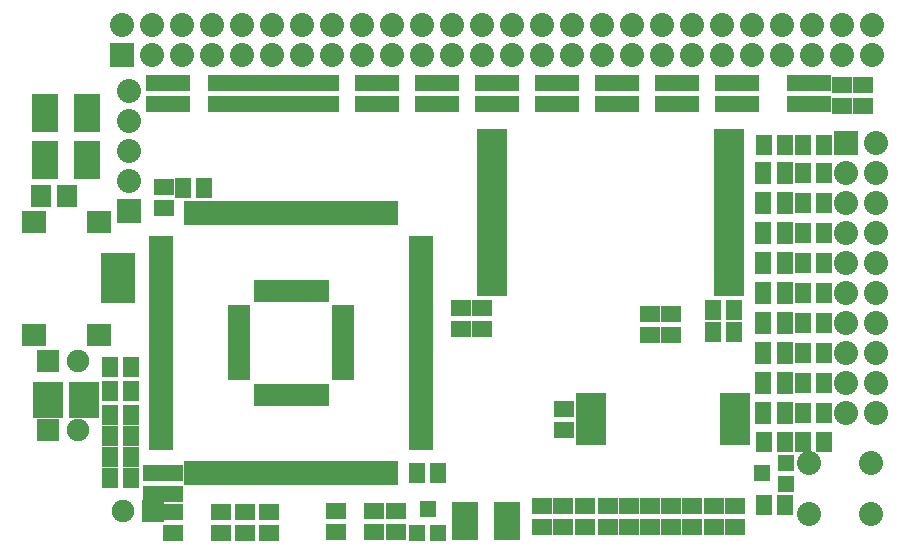
<source format=gts>
G04 (created by PCBNEW-RS274X (2012-01-19 BZR 3256)-stable) date 22/03/2013 00:28:45*
G01*
G70*
G90*
%MOIN*%
G04 Gerber Fmt 3.4, Leading zero omitted, Abs format*
%FSLAX34Y34*%
G04 APERTURE LIST*
%ADD10C,0.006000*%
%ADD11R,0.031800X0.077200*%
%ADD12R,0.077200X0.031800*%
%ADD13R,0.098700X0.027800*%
%ADD14R,0.080000X0.030000*%
%ADD15R,0.030000X0.080000*%
%ADD16R,0.090000X0.130000*%
%ADD17R,0.065000X0.075000*%
%ADD18R,0.055000X0.065000*%
%ADD19R,0.065000X0.055000*%
%ADD20R,0.055000X0.075000*%
%ADD21C,0.080000*%
%ADD22R,0.080000X0.080000*%
%ADD23R,0.075000X0.075000*%
%ADD24C,0.075000*%
%ADD25R,0.056000X0.056000*%
%ADD26R,0.098700X0.177500*%
%ADD27R,0.083000X0.075100*%
%ADD28R,0.112500X0.039700*%
%ADD29R,0.045600X0.055600*%
%ADD30R,0.039700X0.055600*%
%ADD31R,0.100000X0.060000*%
G04 APERTURE END LIST*
G54D10*
G54D11*
X83689Y-50377D03*
X83492Y-50377D03*
X83295Y-50377D03*
X83098Y-50377D03*
X82902Y-50377D03*
X82705Y-50377D03*
X83886Y-50377D03*
X84083Y-50377D03*
G54D12*
X84723Y-51017D03*
X84723Y-51214D03*
X84723Y-51411D03*
G54D11*
X82705Y-53823D03*
X82508Y-53823D03*
X82311Y-53823D03*
X82114Y-53823D03*
X81917Y-53823D03*
G54D12*
X81277Y-53183D03*
G54D11*
X82902Y-53823D03*
X83098Y-53823D03*
X83295Y-53823D03*
X83492Y-53823D03*
X83689Y-53823D03*
G54D12*
X81277Y-52002D03*
X84723Y-52592D03*
X81277Y-52198D03*
X84723Y-52789D03*
X84723Y-52986D03*
X81277Y-52395D03*
X81277Y-52592D03*
X84723Y-53183D03*
G54D11*
X84083Y-53823D03*
G54D12*
X81277Y-52789D03*
X81277Y-52986D03*
G54D11*
X83886Y-53823D03*
G54D12*
X84723Y-52395D03*
X81277Y-51805D03*
X81277Y-51608D03*
X84723Y-52198D03*
X84723Y-52002D03*
X81277Y-51411D03*
X81277Y-51214D03*
X84723Y-51805D03*
X84723Y-51608D03*
X81277Y-51017D03*
G54D11*
X82508Y-50377D03*
X82311Y-50377D03*
X82114Y-50377D03*
X81917Y-50377D03*
G54D13*
X97587Y-49620D03*
X97587Y-49423D03*
X97587Y-49226D03*
X97587Y-49030D03*
X97587Y-48833D03*
X97587Y-48636D03*
X97587Y-48439D03*
X97587Y-48242D03*
X97587Y-48045D03*
X97587Y-47848D03*
X97587Y-47652D03*
X97587Y-47455D03*
X97587Y-47258D03*
X97587Y-47061D03*
X97587Y-46864D03*
X97587Y-46667D03*
X97587Y-46470D03*
X97587Y-46274D03*
X97587Y-46077D03*
X97587Y-45880D03*
X97587Y-45683D03*
X97587Y-45486D03*
X97587Y-45289D03*
X97587Y-45093D03*
X89713Y-45093D03*
X89713Y-45289D03*
X89713Y-45486D03*
X89713Y-45683D03*
X89713Y-45880D03*
X89713Y-46077D03*
X89713Y-46274D03*
X89713Y-46470D03*
X89713Y-46667D03*
X89713Y-46864D03*
X89713Y-47061D03*
X89713Y-47258D03*
X89713Y-47455D03*
X89713Y-47652D03*
X89713Y-47848D03*
X89713Y-48045D03*
X89713Y-48242D03*
X89713Y-48439D03*
X89713Y-48636D03*
X89713Y-48833D03*
X89713Y-49030D03*
X89713Y-49226D03*
X89713Y-49423D03*
X89713Y-49620D03*
X89713Y-49817D03*
X89713Y-50014D03*
X89713Y-50211D03*
X89713Y-50407D03*
X97587Y-49817D03*
X97587Y-50014D03*
X97587Y-50211D03*
X97587Y-50407D03*
G54D14*
X78675Y-48655D03*
X78675Y-48855D03*
X78675Y-49050D03*
X78675Y-49245D03*
X78675Y-49445D03*
X78675Y-49640D03*
X78675Y-49835D03*
X78675Y-50035D03*
X78675Y-50230D03*
X78675Y-50425D03*
X78675Y-50625D03*
X78675Y-50820D03*
X78675Y-51015D03*
X78675Y-51215D03*
X78675Y-51410D03*
X78675Y-51605D03*
X78675Y-51805D03*
X78675Y-52000D03*
X78675Y-52200D03*
X78675Y-52395D03*
X78675Y-52595D03*
X78675Y-52790D03*
X78675Y-52985D03*
X78675Y-53185D03*
X78675Y-53380D03*
X78675Y-53575D03*
X78675Y-53775D03*
X78675Y-53970D03*
X78675Y-54165D03*
X78675Y-54365D03*
X78675Y-54560D03*
X78675Y-54755D03*
X78675Y-54955D03*
X78675Y-55150D03*
X78675Y-55345D03*
X78675Y-55545D03*
G54D15*
X85265Y-56425D03*
X85460Y-56425D03*
X85655Y-56425D03*
X85855Y-56425D03*
X86050Y-56425D03*
X86245Y-56425D03*
X86445Y-56425D03*
X85460Y-47775D03*
X85265Y-47775D03*
X85065Y-47775D03*
X84870Y-47775D03*
X84675Y-47775D03*
X84475Y-47775D03*
X84280Y-47775D03*
X84085Y-47775D03*
X83885Y-47775D03*
X83690Y-47775D03*
X83495Y-47775D03*
X83295Y-47775D03*
X83100Y-47775D03*
X82900Y-47775D03*
X82705Y-47775D03*
X82505Y-47775D03*
X82310Y-47775D03*
X82115Y-47775D03*
X81915Y-47775D03*
X81720Y-47775D03*
X81525Y-47775D03*
X81325Y-47775D03*
X81130Y-47775D03*
X80935Y-47775D03*
X80735Y-47775D03*
X80540Y-47775D03*
X80345Y-47775D03*
X80145Y-47775D03*
X79950Y-47775D03*
X79755Y-47775D03*
X79555Y-47775D03*
X79555Y-56425D03*
X79755Y-56425D03*
X79950Y-56425D03*
X80145Y-56425D03*
X80345Y-56425D03*
X80540Y-56425D03*
X80735Y-56425D03*
X80935Y-56425D03*
X81130Y-56425D03*
X81325Y-56425D03*
X81525Y-56425D03*
X81720Y-56425D03*
X81915Y-56425D03*
X82115Y-56425D03*
X82310Y-56425D03*
X82505Y-56425D03*
X82705Y-56425D03*
X82900Y-56425D03*
X83100Y-56425D03*
X83295Y-56425D03*
X83495Y-56425D03*
X83690Y-56425D03*
X83885Y-56425D03*
X84085Y-56425D03*
X84280Y-56425D03*
X84475Y-56425D03*
X84675Y-56425D03*
X84870Y-56425D03*
X85065Y-56425D03*
G54D14*
X87325Y-54560D03*
X87325Y-54365D03*
X87325Y-54165D03*
X87325Y-53970D03*
X87325Y-53775D03*
X87325Y-53575D03*
X87325Y-53380D03*
X87325Y-53185D03*
X87325Y-52985D03*
X87325Y-52790D03*
X87325Y-52595D03*
X87325Y-52395D03*
X87325Y-52200D03*
X87325Y-52000D03*
X87325Y-51805D03*
X87325Y-51605D03*
X87325Y-51410D03*
X87325Y-51215D03*
X87325Y-51015D03*
X87325Y-50820D03*
X87325Y-50625D03*
X87325Y-50425D03*
X87325Y-50230D03*
X87325Y-50035D03*
X87325Y-49835D03*
X87325Y-49640D03*
X87325Y-49445D03*
X87325Y-49245D03*
X87325Y-49050D03*
X87325Y-48855D03*
X87325Y-48655D03*
X87325Y-55545D03*
X87325Y-55345D03*
X87325Y-55150D03*
X87325Y-54955D03*
X87325Y-54755D03*
G54D15*
X86445Y-47775D03*
X86245Y-47775D03*
X86050Y-47775D03*
X85855Y-47775D03*
X85655Y-47775D03*
G54D16*
X74800Y-46000D03*
X76200Y-46000D03*
X76200Y-44450D03*
X74800Y-44450D03*
G54D17*
X75525Y-47200D03*
X74675Y-47200D03*
G54D18*
X100750Y-47450D03*
X100050Y-47450D03*
G54D19*
X88650Y-50950D03*
X88650Y-51650D03*
G54D18*
X76950Y-55200D03*
X77650Y-55200D03*
X77650Y-55900D03*
X76950Y-55900D03*
X77650Y-56600D03*
X76950Y-56600D03*
G54D19*
X78400Y-56450D03*
X78400Y-57150D03*
G54D18*
X79400Y-46950D03*
X80100Y-46950D03*
X97050Y-51000D03*
X97750Y-51000D03*
X100750Y-54450D03*
X100050Y-54450D03*
X76950Y-54500D03*
X77650Y-54500D03*
X100750Y-46450D03*
X100050Y-46450D03*
X100750Y-53450D03*
X100050Y-53450D03*
X100750Y-48450D03*
X100050Y-48450D03*
X100750Y-49450D03*
X100050Y-49450D03*
X100750Y-51450D03*
X100050Y-51450D03*
X100750Y-52450D03*
X100050Y-52450D03*
X100750Y-50450D03*
X100050Y-50450D03*
X87200Y-56450D03*
X87900Y-56450D03*
G54D19*
X79050Y-57150D03*
X79050Y-56450D03*
G54D18*
X77650Y-52900D03*
X76950Y-52900D03*
X77650Y-53700D03*
X76950Y-53700D03*
G54D20*
X99475Y-46450D03*
X98725Y-46450D03*
X99475Y-47450D03*
X98725Y-47450D03*
X99475Y-48450D03*
X98725Y-48450D03*
X99475Y-49450D03*
X98725Y-49450D03*
X99475Y-51450D03*
X98725Y-51450D03*
X99475Y-50450D03*
X98725Y-50450D03*
X99475Y-52450D03*
X98725Y-52450D03*
X99475Y-53450D03*
X98725Y-53450D03*
X99475Y-54450D03*
X98725Y-54450D03*
G54D19*
X78750Y-47600D03*
X78750Y-46900D03*
G54D18*
X100750Y-45500D03*
X100050Y-45500D03*
G54D21*
X102500Y-45450D03*
X101500Y-46450D03*
G54D22*
X101500Y-45450D03*
G54D21*
X102500Y-46450D03*
X101500Y-47450D03*
X102500Y-47450D03*
X101500Y-48450D03*
X102500Y-48450D03*
X101500Y-49450D03*
X102500Y-49450D03*
X101500Y-50450D03*
X102500Y-50450D03*
X101500Y-51450D03*
X102500Y-51450D03*
X101500Y-52450D03*
X102500Y-52450D03*
X101500Y-53450D03*
X102500Y-53450D03*
X101500Y-54450D03*
X102500Y-54450D03*
G54D19*
X89350Y-50950D03*
X89350Y-51650D03*
X95650Y-51850D03*
X95650Y-51150D03*
G54D18*
X98750Y-57500D03*
X99450Y-57500D03*
X99450Y-55400D03*
X98750Y-55400D03*
G54D19*
X101350Y-43500D03*
X101350Y-44200D03*
G54D21*
X100257Y-56100D03*
X102343Y-56100D03*
G54D23*
X74900Y-55000D03*
G54D24*
X75900Y-55000D03*
G54D23*
X74900Y-52700D03*
G54D24*
X75900Y-52700D03*
G54D23*
X78400Y-57700D03*
G54D24*
X77400Y-57700D03*
G54D25*
X99500Y-56100D03*
X99500Y-56800D03*
X98700Y-56450D03*
G54D26*
X93000Y-54650D03*
X97800Y-54650D03*
G54D27*
X74435Y-48060D03*
X76600Y-48060D03*
X74435Y-51840D03*
X76600Y-51840D03*
G54D28*
X77230Y-49320D03*
X77230Y-49635D03*
X77230Y-49950D03*
X77230Y-50265D03*
X77230Y-50580D03*
G54D22*
X77350Y-42500D03*
G54D21*
X77350Y-41500D03*
X78350Y-42500D03*
X78350Y-41500D03*
X79350Y-42500D03*
X79350Y-41500D03*
X80350Y-42500D03*
X80350Y-41500D03*
X81350Y-42500D03*
X81350Y-41500D03*
X82350Y-42500D03*
X82350Y-41500D03*
X83350Y-42500D03*
X83350Y-41500D03*
X84350Y-42500D03*
X84350Y-41500D03*
X85350Y-42500D03*
X85350Y-41500D03*
X86350Y-42500D03*
X86350Y-41500D03*
X87350Y-42500D03*
X87350Y-41500D03*
X88350Y-42500D03*
X88350Y-41500D03*
X89350Y-42500D03*
X89350Y-41500D03*
X90350Y-42500D03*
X90350Y-41500D03*
X91350Y-42500D03*
X91350Y-41500D03*
X92350Y-42500D03*
X92350Y-41500D03*
X93350Y-42500D03*
X93350Y-41500D03*
X94350Y-42500D03*
X94350Y-41500D03*
X95350Y-42500D03*
X95350Y-41500D03*
X96350Y-42500D03*
X96350Y-41500D03*
X97350Y-42500D03*
X97350Y-41500D03*
X98350Y-42500D03*
X98350Y-41500D03*
X99350Y-42500D03*
X99350Y-41500D03*
X100350Y-42500D03*
X100350Y-41500D03*
X101350Y-42500D03*
X101350Y-41500D03*
X102350Y-42500D03*
X102350Y-41500D03*
G54D19*
X102050Y-44200D03*
X102050Y-43500D03*
G54D29*
X96352Y-44149D03*
G54D30*
X96007Y-44149D03*
X95693Y-44149D03*
G54D29*
X95348Y-44149D03*
X95348Y-43451D03*
G54D30*
X95693Y-43451D03*
X96007Y-43451D03*
G54D29*
X96352Y-43451D03*
X94352Y-44149D03*
G54D30*
X94007Y-44149D03*
X93693Y-44149D03*
G54D29*
X93348Y-44149D03*
X93348Y-43451D03*
G54D30*
X93693Y-43451D03*
X94007Y-43451D03*
G54D29*
X94352Y-43451D03*
X92352Y-44149D03*
G54D30*
X92007Y-44149D03*
X91693Y-44149D03*
G54D29*
X91348Y-44149D03*
X91348Y-43451D03*
G54D30*
X91693Y-43451D03*
X92007Y-43451D03*
G54D29*
X92352Y-43451D03*
X90352Y-44149D03*
G54D30*
X90007Y-44149D03*
X89693Y-44149D03*
G54D29*
X89348Y-44149D03*
X89348Y-43451D03*
G54D30*
X89693Y-43451D03*
X90007Y-43451D03*
G54D29*
X90352Y-43451D03*
X88352Y-44149D03*
G54D30*
X88007Y-44149D03*
X87693Y-44149D03*
G54D29*
X87348Y-44149D03*
X87348Y-43451D03*
G54D30*
X87693Y-43451D03*
X88007Y-43451D03*
G54D29*
X88352Y-43451D03*
X86352Y-44149D03*
G54D30*
X86007Y-44149D03*
X85693Y-44149D03*
G54D29*
X85348Y-44149D03*
X85348Y-43451D03*
G54D30*
X85693Y-43451D03*
X86007Y-43451D03*
G54D29*
X86352Y-43451D03*
X84352Y-44149D03*
G54D30*
X84007Y-44149D03*
X83693Y-44149D03*
G54D29*
X83348Y-44149D03*
X83348Y-43451D03*
G54D30*
X83693Y-43451D03*
X84007Y-43451D03*
G54D29*
X84352Y-43451D03*
X82902Y-44149D03*
G54D30*
X82557Y-44149D03*
X82243Y-44149D03*
G54D29*
X81898Y-44149D03*
X81898Y-43451D03*
G54D30*
X82243Y-43451D03*
X82557Y-43451D03*
G54D29*
X82902Y-43451D03*
X81452Y-44149D03*
G54D30*
X81107Y-44149D03*
X80793Y-44149D03*
G54D29*
X80448Y-44149D03*
X80448Y-43451D03*
G54D30*
X80793Y-43451D03*
X81107Y-43451D03*
G54D29*
X81452Y-43451D03*
X79402Y-44149D03*
G54D30*
X79057Y-44149D03*
X78743Y-44149D03*
G54D29*
X78398Y-44149D03*
X78398Y-43451D03*
G54D30*
X78743Y-43451D03*
X79057Y-43451D03*
G54D29*
X79402Y-43451D03*
X98352Y-44149D03*
G54D30*
X98007Y-44149D03*
X97693Y-44149D03*
G54D29*
X97348Y-44149D03*
X97348Y-43451D03*
G54D30*
X97693Y-43451D03*
X98007Y-43451D03*
G54D29*
X98352Y-43451D03*
X100752Y-44149D03*
G54D30*
X100407Y-44149D03*
X100093Y-44149D03*
G54D29*
X99748Y-44149D03*
X99748Y-43451D03*
G54D30*
X100093Y-43451D03*
X100407Y-43451D03*
G54D29*
X100752Y-43451D03*
G54D16*
X90200Y-58050D03*
X88800Y-58050D03*
G54D21*
X100257Y-57800D03*
X102343Y-57800D03*
G54D31*
X74900Y-54300D03*
X76100Y-54300D03*
X76100Y-53700D03*
X74900Y-53700D03*
G54D19*
X81450Y-58450D03*
X81450Y-57750D03*
X84500Y-57700D03*
X84500Y-58400D03*
X80650Y-57750D03*
X80650Y-58450D03*
X79050Y-57750D03*
X79050Y-58450D03*
G54D25*
X87900Y-58450D03*
X87200Y-58450D03*
X87550Y-57650D03*
G54D19*
X85750Y-58400D03*
X85750Y-57700D03*
G54D22*
X77600Y-47700D03*
G54D21*
X77600Y-46700D03*
X77600Y-45700D03*
X77600Y-44700D03*
X77600Y-43700D03*
G54D18*
X97750Y-51750D03*
X97050Y-51750D03*
G54D19*
X97100Y-58250D03*
X97100Y-57550D03*
X96350Y-57550D03*
X96350Y-58250D03*
X95650Y-57550D03*
X95650Y-58250D03*
X94950Y-57550D03*
X94950Y-58250D03*
X94250Y-57550D03*
X94250Y-58250D03*
X93550Y-58250D03*
X93550Y-57550D03*
X92800Y-57550D03*
X92800Y-58250D03*
X92050Y-57550D03*
X92050Y-58250D03*
X91350Y-57550D03*
X91350Y-58250D03*
X97800Y-58250D03*
X97800Y-57550D03*
X82250Y-58450D03*
X82250Y-57750D03*
X92100Y-54300D03*
X92100Y-55000D03*
G54D18*
X100750Y-55400D03*
X100050Y-55400D03*
G54D19*
X86500Y-58400D03*
X86500Y-57700D03*
G54D18*
X99450Y-45500D03*
X98750Y-45500D03*
G54D19*
X94950Y-51850D03*
X94950Y-51150D03*
M02*

</source>
